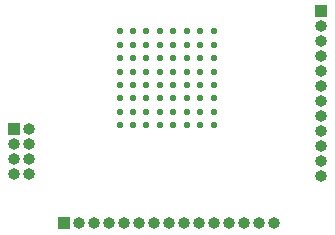
<source format=gbs>
%TF.GenerationSoftware,KiCad,Pcbnew,(5.1.6)-1*%
%TF.CreationDate,2021-01-23T06:31:54-08:00*%
%TF.ProjectId,scum3c-devboard,7363756d-3363-42d6-9465-76626f617264,rev?*%
%TF.SameCoordinates,Original*%
%TF.FileFunction,Soldermask,Bot*%
%TF.FilePolarity,Negative*%
%FSLAX46Y46*%
G04 Gerber Fmt 4.6, Leading zero omitted, Abs format (unit mm)*
G04 Created by KiCad (PCBNEW (5.1.6)-1) date 2021-01-23 06:31:54*
%MOMM*%
%LPD*%
G01*
G04 APERTURE LIST*
%ADD10O,1.000000X1.000000*%
%ADD11R,1.000000X1.000000*%
%ADD12C,0.568750*%
G04 APERTURE END LIST*
D10*
%TO.C,J2*%
X90770000Y-101310000D03*
X89500000Y-101310000D03*
X90770000Y-100040000D03*
X89500000Y-100040000D03*
X90770000Y-98770000D03*
X89500000Y-98770000D03*
X90770000Y-97500000D03*
D11*
X89500000Y-97500000D03*
%TD*%
D10*
%TO.C,JA1*%
X111510000Y-105500000D03*
X110240000Y-105500000D03*
X108970000Y-105500000D03*
X107700000Y-105500000D03*
X106430000Y-105500000D03*
X105160000Y-105500000D03*
X103890000Y-105500000D03*
X102620000Y-105500000D03*
X101350000Y-105500000D03*
X100080000Y-105500000D03*
X98810000Y-105500000D03*
X97540000Y-105500000D03*
X96270000Y-105500000D03*
X95000000Y-105500000D03*
D11*
X93730000Y-105500000D03*
%TD*%
D10*
%TO.C,JB1*%
X115500000Y-101470000D03*
X115500000Y-100200000D03*
X115500000Y-98930000D03*
X115500000Y-97660000D03*
X115500000Y-96390000D03*
X115500000Y-95120000D03*
X115500000Y-93850000D03*
X115500000Y-92580000D03*
X115500000Y-91310000D03*
X115500000Y-90040000D03*
X115500000Y-88770000D03*
D11*
X115500000Y-87500000D03*
%TD*%
D12*
%TO.C,U8*%
X106412500Y-97187500D03*
X106412500Y-96050000D03*
X106412500Y-94912500D03*
X106412500Y-93775000D03*
X106412500Y-92637500D03*
X106412500Y-91500000D03*
X106412500Y-90362500D03*
X106412500Y-89225000D03*
X105275000Y-97187500D03*
X105275000Y-96050000D03*
X105275000Y-94912500D03*
X105275000Y-93775000D03*
X105275000Y-92637500D03*
X105275000Y-91500000D03*
X105275000Y-90362500D03*
X105275000Y-89225000D03*
X104137500Y-97187500D03*
X104137500Y-96050000D03*
X104137500Y-94912500D03*
X104137500Y-93775000D03*
X104137500Y-92637500D03*
X104137500Y-91500000D03*
X104137500Y-90362500D03*
X104137500Y-89225000D03*
X103000000Y-97187500D03*
X103000000Y-96050000D03*
X103000000Y-94912500D03*
X103000000Y-93775000D03*
X103000000Y-92637500D03*
X103000000Y-91500000D03*
X103000000Y-90362500D03*
X103000000Y-89225000D03*
X101862500Y-97187500D03*
X101862500Y-96050000D03*
X101862500Y-94912500D03*
X101862500Y-93775000D03*
X101862500Y-92637500D03*
X101862500Y-91500000D03*
X101862500Y-90362500D03*
X101862500Y-89225000D03*
X100725000Y-97187500D03*
X100725000Y-96050000D03*
X100725000Y-94912500D03*
X100725000Y-93775000D03*
X100725000Y-92637500D03*
X100725000Y-91500000D03*
X100725000Y-90362500D03*
X100725000Y-89225000D03*
X99587500Y-97187500D03*
X99587500Y-96050000D03*
X99587500Y-94912500D03*
X99587500Y-93775000D03*
X99587500Y-92637500D03*
X99587500Y-91500000D03*
X99587500Y-90362500D03*
X99587500Y-89225000D03*
X98450000Y-97187500D03*
X98450000Y-96050000D03*
X98450000Y-94912500D03*
X98450000Y-93775000D03*
X98450000Y-92637500D03*
X98450000Y-91500000D03*
X98450000Y-90362500D03*
X98450000Y-89225000D03*
%TD*%
M02*

</source>
